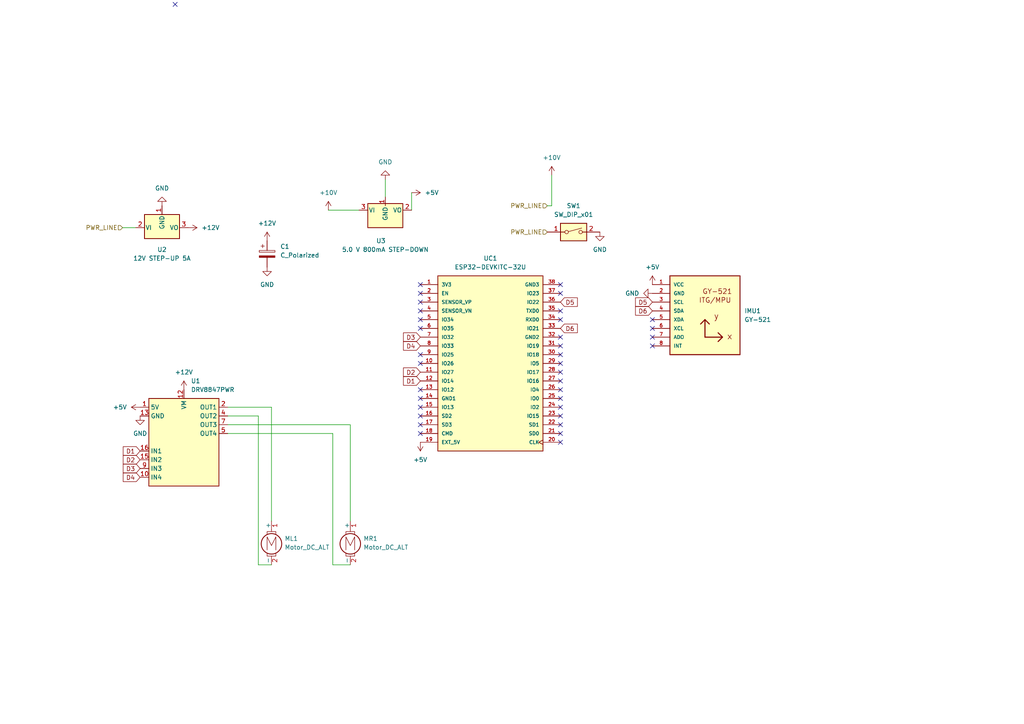
<source format=kicad_sch>
(kicad_sch (version 20211123) (generator eeschema)
  (paper "A4")
  (title_block (title "Balancer") (company "Merlis"))
  (lib_symbols
    (symbol "Device:C_Polarized" (pin_numbers hide) (pin_names (offset 0.254))
      (property "Reference" "C" (at 0.635 2.54 0))
      (property "Value" "C_Polarized" (at 0.635 -2.54 0))
      (symbol "C_Polarized_0_1"
        (rectangle (start -2.286 0.508) (end 2.286 1.016))
        (polyline (pts (xy -1.778 2.286) (xy -0.762 2.286)))
        (polyline (pts (xy -1.27 2.794) (xy -1.27 1.778)))
        (rectangle (start 2.286 -0.508) (end -2.286 -1.016) (fill (type outline)))
      )
      (symbol "C_Polarized_1_1"
        (pin passive line (at 0 3.81 270) (length 2.794) (name "~") (number "1"))
        (pin passive line (at 0 -3.81 90) (length 2.794) (name "~") (number "2"))
      )
    )
    (symbol "Driver_Motor:DRV8847PWR"
      (property "Reference" "U?" (at 2.0194 17.78 0))
      (property "Value" "DRV8847PWR" (at 2.0194 15.24 0))
      (symbol "DRV8847PWR_0_1"
        (rectangle (start -10.16 -12.7) (end 10.16 12.7) (stroke (width 0.254)) (fill (type background)))
      )
      (symbol "DRV8847PWR_1_1"
        (pin input line (at -12.7 10.16 0) (length 2.54) (name "5V") (number "1"))
        (pin input line (at -12.7 -10.16 0) (length 2.54) (name "IN4") (number "10"))
        (pin power_in line (at 0 15.24 270) (length 2.54) (name "VM") (number "12"))
        (pin power_in line (at -12.7 7.62 0) (length 2.54) (name "GND") (number "13"))
        (pin input line (at -12.7 -5.08 0) (length 2.54) (name "IN2") (number "15"))
        (pin input line (at -12.7 -2.54 0) (length 2.54) (name "IN1") (number "16"))
        (pin output line (at 12.7 10.16 180) (length 2.54) (name "OUT1") (number "2"))
        (pin output line (at 12.7 7.62 180) (length 2.54) (name "OUT2") (number "4"))
        (pin output line (at 12.7 2.54 180) (length 2.54) (name "OUT4") (number "5"))
        (pin output line (at 12.7 5.08 180) (length 2.54) (name "OUT3") (number "7"))
        (pin input line (at -12.7 -7.62 0) (length 2.54) (name "IN3") (number "9"))
      )
    )
    (symbol "ESP32-DEVKITC-32U:ESP32-DEVKITC-32U" (pin_names (offset 1.016))
      (property "Reference" "U" (at -15.2572 26.0643 0))
      (property "Value" "ESP32-DEVKITC-32U" (at -15.2563 -27.9698 0))
      (symbol "ESP32-DEVKITC-32U_0_0"
        (rectangle (start -15.24 -25.4) (end 15.24 25.4) (stroke (width 0.254)) (fill (type background)))
        (pin power_in line (at -20.32 22.86 0) (length 5.08) (name "3V3") (number "1"))
        (pin bidirectional line (at -20.32 0 0) (length 5.08) (name "IO26") (number "10"))
        (pin bidirectional line (at -20.32 -2.54 0) (length 5.08) (name "IO27") (number "11"))
        (pin bidirectional line (at -20.32 -5.08 0) (length 5.08) (name "IO14") (number "12"))
        (pin bidirectional line (at -20.32 -7.62 0) (length 5.08) (name "IO12") (number "13"))
        (pin power_in line (at -20.32 -10.16 0) (length 5.08) (name "GND1") (number "14"))
        (pin bidirectional line (at -20.32 -12.7 0) (length 5.08) (name "IO13") (number "15"))
        (pin bidirectional line (at -20.32 -15.24 0) (length 5.08) (name "SD2") (number "16"))
        (pin bidirectional line (at -20.32 -17.78 0) (length 5.08) (name "SD3") (number "17"))
        (pin bidirectional line (at -20.32 -20.32 0) (length 5.08) (name "CMD") (number "18"))
        (pin power_in line (at -20.32 -22.86 0) (length 5.08) (name "EXT_5V") (number "19"))
        (pin input line (at -20.32 20.32 0) (length 5.08) (name "EN") (number "2"))
        (pin input clock (at 20.32 -22.86 180) (length 5.08) (name "CLK") (number "20"))
        (pin bidirectional line (at 20.32 -20.32 180) (length 5.08) (name "SD0") (number "21"))
        (pin bidirectional line (at 20.32 -17.78 180) (length 5.08) (name "SD1") (number "22"))
        (pin bidirectional line (at 20.32 -15.24 180) (length 5.08) (name "IO15") (number "23"))
        (pin bidirectional line (at 20.32 -12.7 180) (length 5.08) (name "IO2") (number "24"))
        (pin bidirectional line (at 20.32 -10.16 180) (length 5.08) (name "IO0") (number "25"))
        (pin bidirectional line (at 20.32 -7.62 180) (length 5.08) (name "IO4") (number "26"))
        (pin bidirectional line (at 20.32 -5.08 180) (length 5.08) (name "IO16") (number "27"))
        (pin bidirectional line (at 20.32 -2.54 180) (length 5.08) (name "IO17") (number "28"))
        (pin bidirectional line (at 20.32 0 180) (length 5.08) (name "IO5") (number "29"))
        (pin input line (at -20.32 17.78 0) (length 5.08) (name "SENSOR_VP") (number "3"))
        (pin bidirectional line (at 20.32 2.54 180) (length 5.08) (name "IO18") (number "30"))
        (pin bidirectional line (at 20.32 5.08 180) (length 5.08) (name "IO19") (number "31"))
        (pin power_in line (at 20.32 7.62 180) (length 5.08) (name "GND2") (number "32"))
        (pin bidirectional line (at 20.32 10.16 180) (length 5.08) (name "IO21") (number "33"))
        (pin input line (at 20.32 12.7 180) (length 5.08) (name "RXD0") (number "34"))
        (pin output line (at 20.32 15.24 180) (length 5.08) (name "TXD0") (number "35"))
        (pin bidirectional line (at 20.32 17.78 180) (length 5.08) (name "IO22") (number "36"))
        (pin bidirectional line (at 20.32 20.32 180) (length 5.08) (name "IO23") (number "37"))
        (pin power_in line (at 20.32 22.86 180) (length 5.08) (name "GND3") (number "38"))
        (pin input line (at -20.32 15.24 0) (length 5.08) (name "SENSOR_VN") (number "4"))
        (pin bidirectional line (at -20.32 12.7 0) (length 5.08) (name "IO34") (number "5"))
        (pin bidirectional line (at -20.32 10.16 0) (length 5.08) (name "IO35") (number "6"))
        (pin bidirectional line (at -20.32 7.62 0) (length 5.08) (name "IO32") (number "7"))
        (pin bidirectional line (at -20.32 5.08 0) (length 5.08) (name "IO33") (number "8"))
        (pin bidirectional line (at -20.32 2.54 0) (length 5.08) (name "IO25") (number "9"))
      )
    )
    (symbol "GY-521:GY-521" (pin_names (offset 1.016))
      (property "Reference" "MOD" (at 0 3.302 0))
      (property "Value" "GY-521" (at 0 -22.86 0))
      (symbol "GY-521_0_0"
        (rectangle (start 0 -20.32) (end 20.32 2.54) (stroke (width 0.3048)) (fill (type background)))
        (polyline (pts (xy 10.16 -15.24) (xy 10.16 -10.16)) (stroke (width 0.3048)))
        (polyline (pts (xy 10.16 -15.24) (xy 15.24 -15.24)) (stroke (width 0.3048)))
        (polyline (pts (xy 10.16 -10.16) (xy 8.89 -11.43)) (stroke (width 0.3048)))
        (polyline (pts (xy 10.16 -10.16) (xy 11.43 -11.43)) (stroke (width 0.3048)))
        (polyline (pts (xy 15.24 -15.24) (xy 13.97 -16.51)) (stroke (width 0.3048)))
        (polyline (pts (xy 15.24 -15.24) (xy 13.97 -13.97)) (stroke (width 0.3048)))
        (text "GY-521" (at 9.398 -2.794 0) (effects (font (size 1.4224 1.4224)) (justify left bottom)))
        (text "ITG/MPU" (at 8.382 -5.334 0) (effects (font (size 1.4224 1.4224)) (justify left bottom)))
        (text "x" (at 16.51 -16.002 0) (effects (font (size 1.778 1.778)) (justify left bottom)))
        (text "y" (at 12.7 -10.16 0) (effects (font (size 1.778 1.778)) (justify left bottom)))
        (pin bidirectional line (at -5.08 0 0) (length 5.08) (name "VCC") (number "1"))
        (pin bidirectional line (at -5.08 -2.54 0) (length 5.08) (name "GND") (number "2"))
        (pin bidirectional line (at -5.08 -5.08 0) (length 5.08) (name "SCL") (number "3"))
        (pin bidirectional line (at -5.08 -7.62 0) (length 5.08) (name "SDA") (number "4"))
        (pin bidirectional line (at -5.08 -10.16 0) (length 5.08) (name "XDA") (number "5"))
        (pin bidirectional line (at -5.08 -12.7 0) (length 5.08) (name "XCL") (number "6"))
        (pin bidirectional line (at -5.08 -15.24 0) (length 5.08) (name "ADO") (number "7"))
        (pin bidirectional line (at -5.08 -17.78 0) (length 5.08) (name "INT") (number "8"))
      )
    )
    (symbol "Motor:Motor_DC_ALT" (pin_names (offset 0))
      (property "Reference" "M" (at 2.54 2.54 0))
      (property "Value" "Motor_DC_ALT" (at 2.54 -5.08 0))
      (symbol "Motor_DC_ALT_0_0"
        (circle (center 0 -1.524) (radius 2.9718) (stroke (width 0.254)))
        (polyline (pts (xy -1.27 -4.318) (xy -1.27 -5.08) (xy 1.27 -5.08) (xy 1.27 -4.318)))
        (polyline (pts (xy -1.27 1.27) (xy -1.27 2.032) (xy 1.27 2.032) (xy 1.27 1.27)))
        (polyline (pts (xy -1.27 -3.302) (xy -1.27 0.508) (xy 0 -2.032) (xy 1.27 0.508) (xy 1.27 -3.302)))
      )
      (symbol "Motor_DC_ALT_0_1"
        (polyline (pts (xy 0 2.032) (xy 0 2.54)))
      )
      (symbol "Motor_DC_ALT_1_1"
        (pin passive line (at 0 5.08 270) (length 2.54) (name "+") (number "1"))
        (pin passive line (at 0 -7.62 90) (length 2.54) (name "-") (number "2"))
      )
    )
    (symbol "Regulator_Linear:AMS1117-5.0" (pin_names (offset 0.254))
      (property "Reference" "U3" (at -1.27 -8.89 0))
      (property "Value" "5.0 V 800mA STEP-DOWN" (at 0 -11.43 0))
      (symbol "AMS1117-5.0_0_1"
        (rectangle (start -5.08 -5.08) (end 5.08 1.905) (stroke (width 0.254)) (fill (type background)))
      )
      (symbol "AMS1117-5.0_1_1"
        (pin power_in line (at 0 3.81 270) (length 2.54) (name "GND") (number "1"))
        (pin power_out line (at 7.62 0 180) (length 2.54) (name "VO") (number "2"))
        (pin power_in line (at -7.62 0 0) (length 2.54) (name "VI") (number "3"))
      )
    )
    (symbol "Regulator_Linear:LM7912_TO220" (pin_names (offset 0.254))
      (property "Reference" "U?" (at 0 7.62 0))
      (property "Value" "LM7912_TO220" (at 0 5.08 0))
      (symbol "LM7912_TO220_0_1"
        (rectangle (start -5.08 5.08) (end 5.08 -1.905) (stroke (width 0.254)) (fill (type background)))
      )
      (symbol "LM7912_TO220_1_1"
        (pin power_in line (at 0 7.62 270) (length 2.54) (name "GND") (number "1"))
        (pin power_in line (at -7.62 1.27 0) (length 2.54) (name "VI") (number "2"))
        (pin power_out line (at 7.62 1.27 180) (length 2.54) (name "VO") (number "3"))
      )
    )
    (symbol "Switch:SW_DIP_x01" (pin_names (offset 0) hide)
      (property "Reference" "SW" (at 0 3.81 0))
      (property "Value" "SW_DIP_x01" (at 0 -3.81 0))
      (symbol "SW_DIP_x01_0_0"
        (circle (center -2.032 0) (radius 0.508))
        (polyline (pts (xy -1.524 0.127) (xy 2.3622 1.1684)))
        (circle (center 2.032 0) (radius 0.508))
      )
      (symbol "SW_DIP_x01_0_1"
        (rectangle (start -3.81 2.54) (end 3.81 -2.54) (stroke (width 0.254)) (fill (type background)))
      )
      (symbol "SW_DIP_x01_1_1"
        (pin passive line (at -7.62 0 0) (length 5.08) (name "~") (number "1"))
        (pin passive line (at 7.62 0 180) (length 5.08) (name "~") (number "2"))
      )
    )
    (symbol "power:+10V" (power) (pin_names (offset 0))
      (property "Value" "+10V" (at 0 3.556 0))
      (symbol "+10V_0_1"
        (polyline (pts (xy -0.762 1.27) (xy 0 2.54)))
        (polyline (pts (xy 0 0) (xy 0 2.54)))
        (polyline (pts (xy 0 2.54) (xy 0.762 1.27)))
      )
      (symbol "+10V_1_1"
        (pin power_in line (at 0 0 90) (length 0) hide (name "+10V") (number "1"))
      )
    )
    (symbol "power:+12V" (power) (pin_names (offset 0))
      (property "Value" "+12V" (at 0 3.556 0))
      (symbol "+12V_0_1"
        (polyline (pts (xy -0.762 1.27) (xy 0 2.54)))
        (polyline (pts (xy 0 0) (xy 0 2.54)))
        (polyline (pts (xy 0 2.54) (xy 0.762 1.27)))
      )
      (symbol "+12V_1_1"
        (pin power_in line (at 0 0 90) (length 0) hide (name "+12V") (number "1"))
      )
    )
    (symbol "power:+5V" (power) (pin_names (offset 0))
      (property "Value" "+5V" (at 0 3.556 0))
      (symbol "+5V_0_1"
        (polyline (pts (xy -0.762 1.27) (xy 0 2.54)))
        (polyline (pts (xy 0 0) (xy 0 2.54)))
        (polyline (pts (xy 0 2.54) (xy 0.762 1.27)))
      )
      (symbol "+5V_1_1"
        (pin power_in line (at 0 0 90) (length 0) hide (name "+5V") (number "1"))
      )
    )
    (symbol "power:GND" (power) (pin_names (offset 0))
      (property "Value" "GND" (at 0 -3.81 0))
      (symbol "GND_0_1"
        (polyline (pts (xy 0 0) (xy 0 -1.27) (xy 1.27 -1.27) (xy 0 -2.54) (xy -1.27 -1.27) (xy 0 -1.27)))
      )
      (symbol "GND_1_1"
        (pin power_in line (at 0 0 270) (length 0) hide (name "GND") (number "1"))
      )
    )
  )
  (no_connect (at 189.23 95.25))
  (no_connect (at 121.92 125.73))
  (no_connect (at 121.92 123.19))
  (no_connect (at 162.56 128.27))
  (no_connect (at 162.56 85.09))
  (no_connect (at 162.56 90.17))
  (no_connect (at 189.23 92.71))
  (no_connect (at 121.92 102.87))
  (no_connect (at 121.92 92.71))
  (no_connect (at 162.56 105.41))
  (no_connect (at 121.92 105.41))
  (no_connect (at 121.92 90.17))
  (no_connect (at 121.92 82.55))
  (no_connect (at 162.56 123.19))
  (no_connect (at 50.8 1.27))
  (no_connect (at 162.56 100.33))
  (no_connect (at 162.56 115.57))
  (no_connect (at 162.56 125.73))
  (no_connect (at 121.92 120.65))
  (no_connect (at 121.92 87.63))
  (no_connect (at 162.56 107.95))
  (no_connect (at 162.56 120.65))
  (no_connect (at 162.56 113.03))
  (no_connect (at 162.56 102.87))
  (no_connect (at 189.23 100.33))
  (no_connect (at 162.56 97.79))
  (no_connect (at 121.92 95.25))
  (no_connect (at 121.92 115.57))
  (no_connect (at 121.92 113.03))
  (no_connect (at 121.92 85.09))
  (no_connect (at 162.56 118.11))
  (no_connect (at 121.92 118.11))
  (no_connect (at 162.56 92.71))
  (no_connect (at 189.23 97.79))
  (no_connect (at 162.56 110.49))
  (no_connect (at 162.56 82.55))
  (wire (pts (xy 158.75 59.69) (xy 160.02 59.69)))
  (wire (pts (xy 74.93 120.65) (xy 74.93 163.83)))
  (wire (pts (xy 96.52 163.83) (xy 101.6 163.83)))
  (wire (pts (xy 66.04 118.11) (xy 78.74 118.11)))
  (wire (pts (xy 66.04 120.65) (xy 74.93 120.65)))
  (wire (pts (xy 119.38 60.96) (xy 119.38 55.88)))
  (wire (pts (xy 66.04 125.73) (xy 96.52 125.73)))
  (wire (pts (xy 35.56 66.04) (xy 39.37 66.04)))
  (wire (pts (xy 96.52 125.73) (xy 96.52 163.83)))
  (wire (pts (xy 95.25 60.96) (xy 104.14 60.96)))
  (wire (pts (xy 78.74 118.11) (xy 78.74 151.13)))
  (wire (pts (xy 111.76 57.15) (xy 111.76 52.07)))
  (wire (pts (xy 101.6 123.19) (xy 101.6 151.13)))
  (wire (pts (xy 66.04 123.19) (xy 101.6 123.19)))
  (wire (pts (xy 74.93 163.83) (xy 78.74 163.83)))
  (wire (pts (xy 160.02 50.8) (xy 160.02 59.69)))
  (global_label "D3" (shape input) (at 40.64 135.89 180) (property "Intersheet References" "${INTERSHEET_REFS}" (effects hide)))
  (global_label "D2" (shape input) (at 121.92 107.95 180) (property "Intersheet References" "${INTERSHEET_REFS}" (effects hide)))
  (global_label "D5" (shape input) (at 189.23 87.63 180) (property "Intersheet References" "${INTERSHEET_REFS}" (effects hide)))
  (global_label "D2" (shape input) (at 40.64 133.35 180) (property "Intersheet References" "${INTERSHEET_REFS}" (effects hide)))
  (global_label "D4" (shape input) (at 121.92 100.33 180) (property "Intersheet References" "${INTERSHEET_REFS}" (effects hide)))
  (global_label "D6" (shape input) (at 189.23 90.17 180) (property "Intersheet References" "${INTERSHEET_REFS}" (effects hide)))
  (global_label "D6" (shape input) (at 162.56 95.25 0) (property "Intersheet References" "${INTERSHEET_REFS}" (effects hide)))
  (global_label "D5" (shape input) (at 162.56 87.63 0) (property "Intersheet References" "${INTERSHEET_REFS}" (effects hide)))
  (global_label "D3" (shape input) (at 121.92 97.79 180) (property "Intersheet References" "${INTERSHEET_REFS}" (effects hide)))
  (global_label "D1" (shape input) (at 121.92 110.49 180) (property "Intersheet References" "${INTERSHEET_REFS}" (effects hide)))
  (global_label "D4" (shape input) (at 40.64 138.43 180) (property "Intersheet References" "${INTERSHEET_REFS}" (effects hide)))
  (global_label "D1" (shape input) (at 40.64 130.81 180) (property "Intersheet References" "${INTERSHEET_REFS}" (effects hide)))
  (hierarchical_label "PWR_LINE" (shape input) (at 35.56 66.04 180))
  (hierarchical_label "PWR_LINE" (shape input) (at 158.75 67.31 180))
  (hierarchical_label "PWR_LINE" (shape input) (at 158.75 59.69 180))
  (symbol (lib_id "power:GND") (at 40.64 120.65 0) (unit 1)
    (property "Reference" "#PWR02" (effects hide))
    (property "Value" "GND" (at 40.64 125.73 0))
  )
  (symbol (lib_id "power:+5V") (at 189.23 82.55 0) (unit 1)
    (property "Reference" "#PWR08" (effects hide))
    (property "Value" "+5V" (at 189.23 77.47 0))
  )
  (symbol (lib_id "power:+10V") (at 95.25 60.96 0) (unit 1)
    (property "Reference" "#PWR013" (effects hide))
    (property "Value" "+10V" (at 95.25 55.88 0))
  )
  (symbol (lib_id "power:GND") (at 173.99 67.31 0) (unit 1)
    (property "Reference" "#PWR012" (effects hide))
    (property "Value" "GND" (at 173.99 72.39 0))
  )
  (symbol (lib_id "Motor:Motor_DC_ALT") (at 78.74 156.21 0) (unit 1)
    (property "Reference" "ML1" (at 82.55 156.2099 0) (effects (justify left)))
    (property "Value" "Motor_DC_ALT" (at 82.55 158.7499 0) (effects (justify left)))
  )
  (symbol (lib_id "power:+5V") (at 119.38 55.88 270) (unit 1)
    (property "Reference" "#PWR07" (effects hide))
    (property "Value" "+5V" (at 123.19 55.8799 90) (effects (justify left)))
  )
  (symbol (lib_id "GY-521:GY-521") (at 194.31 82.55 0) (unit 1)
    (property "Reference" "IMU1" (at 215.9 90.1699 0) (effects (justify left)))
    (property "Value" "GY-521" (at 215.9 92.7099 0) (effects (justify left)))
    (property "Footprint" "GY-521" (effects hide))
  )
  (symbol (lib_id "power:GND") (at 189.23 85.09 270) (unit 1)
    (property "Reference" "#PWR09" (effects hide))
    (property "Value" "GND" (at 185.42 85.0899 90) (effects (justify right)))
  )
  (symbol (lib_id "power:GND") (at 46.99 59.69 180) (unit 1)
    (property "Reference" "#PWR0104" (effects hide))
    (property "Value" "GND" (at 46.99 54.61 0))
  )
  (symbol (lib_id "ESP32-DEVKITC-32U:ESP32-DEVKITC-32U") (at 142.24 105.41 0) (unit 1)
    (property "Reference" "UC1" (at 142.24 74.93 0))
    (property "Value" "ESP32-DEVKITC-32U" (at 142.24 77.47 0))
    (property "Footprint" "MODULE_ESP32-DEVKITC-32U" (effects hide))
    (property "PARTREV" "N/A" (effects hide))
    (property "STANDARD" "Manufacturer Recommendations" (effects hide))
    (property "MANUFACTURER" "ESPRESSIF" (effects hide))
  )
  (symbol (lib_id "Device:C_Polarized") (at 77.47 73.66 0) (unit 1)
    (property "Reference" "C1" (at 81.28 71.5009 0) (effects (justify left)))
    (property "Value" "C_Polarized" (at 81.28 74.0409 0) (effects (justify left)))
  )
  (symbol (lib_id "power:+5V") (at 121.92 128.27 180) (unit 1)
    (property "Reference" "#PWR06" (effects hide))
    (property "Value" "+5V" (at 121.92 133.35 0))
  )
  (symbol (lib_id "Motor:Motor_DC_ALT") (at 101.6 156.21 0) (unit 1)
    (property "Reference" "MR1" (at 105.41 156.2099 0) (effects (justify left)))
    (property "Value" "Motor_DC_ALT" (at 105.41 158.7499 0) (effects (justify left)))
  )
  (symbol (lib_id "power:+10V") (at 160.02 50.8 0) (unit 1)
    (property "Reference" "#PWR011" (effects hide))
    (property "Value" "+10V" (at 160.02 45.72 0))
  )
  (symbol (lib_id "Regulator_Linear:AMS1117-5.0") (at 111.76 60.96 0) (unit 1)
    (property "Reference" "U3" (at 110.49 69.85 0))
    (property "Value" "5.0 V 800mA STEP-DOWN" (at 111.76 72.39 0))
    (property "Footprint" "Package_TO_SOT_SMD:SOT-223-3_TabPin2" (effects hide))
    (property "Datasheet" "http://www.advanced-monolithic.com/pdf/ds1117.pdf" (effects hide))
  )
  (symbol (lib_id "power:+12V") (at 54.61 66.04 270) (unit 1)
    (property "Reference" "#PWR04" (effects hide))
    (property "Value" "+12V" (at 58.42 66.0399 90) (effects (justify left)))
  )
  (symbol (lib_id "Switch:SW_DIP_x01") (at 166.37 67.31 0) (unit 1)
    (property "Reference" "SW1" (at 166.37 59.69 0))
    (property "Value" "SW_DIP_x01" (at 166.37 62.23 0))
  )
  (symbol (lib_id "power:+5V") (at 40.64 118.11 90) (unit 1)
    (property "Reference" "#PWR01" (effects hide))
    (property "Value" "+5V" (at 36.83 118.1099 90) (effects (justify left)))
  )
  (symbol (lib_id "power:+12V") (at 77.47 69.85 0) (unit 1)
    (property "Reference" "#PWR05" (effects hide))
    (property "Value" "+12V" (at 77.47 64.77 0))
  )
  (symbol (lib_id "Driver_Motor:DRV8847PWR") (at 53.34 128.27 0) (unit 1)
    (property "Reference" "U1" (at 55.3594 110.49 0) (effects (justify left)))
    (property "Value" "DRV8847PWR" (at 55.3594 113.03 0) (effects (justify left)))
    (property "Footprint" "Package_SO:TSSOP-16_4.4x5mm_P0.65mm" (effects hide))
    (property "Datasheet" "https://www.ti.com/lit/ds/symlink/drv8847.pdf" (effects hide))
  )
  (symbol (lib_id "power:+12V") (at 53.34 113.03 0) (unit 1)
    (property "Reference" "#PWR03" (effects hide))
    (property "Value" "+12V" (at 53.34 107.95 0))
  )
  (symbol (lib_id "power:GND") (at 77.47 77.47 0) (unit 1)
    (property "Reference" "#PWR010" (effects hide))
    (property "Value" "GND" (at 77.47 82.55 0))
  )
  (symbol (lib_id "Regulator_Linear:LM7912_TO220") (at 46.99 67.31 0) (unit 1)
    (property "Reference" "U2" (at 46.99 72.39 0))
    (property "Value" "12V STEP-UP 5A" (at 46.99 74.93 0))
    (property "Footprint" "Package_TO_SOT_THT:TO-220-3_Vertical" (effects hide))
    (property "Datasheet" "hhttps://www.onsemi.com/pub/Collateral/MC7900-D.PDF" (effects hide))
  )
  (symbol (lib_id "power:GND") (at 111.76 52.07 180) (unit 1)
    (property "Reference" "#PWR0101" (effects hide))
    (property "Value" "GND" (at 111.76 46.99 0))
  )
)
</source>
